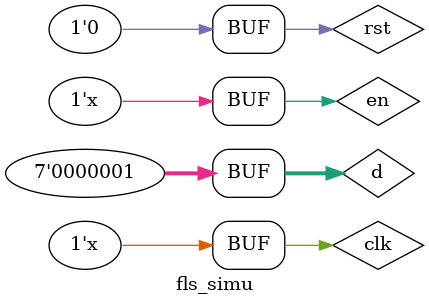
<source format=v>
`timescale 1ns / 1ps


module fls_simu(

    );
    reg clk, rst;
    reg en;
    reg [6:0] d;
    wire [6:0] f;
    initial begin
        rst = 1;
        en = 0;
        d = 1;
        clk = 0;
        #20 rst=0;
    end
    always clk = #1 ~clk;
    always en = #5 ~en;
    fls s0(
        clk,
        rst,
        en,
        d,
        f
    );
endmodule

</source>
